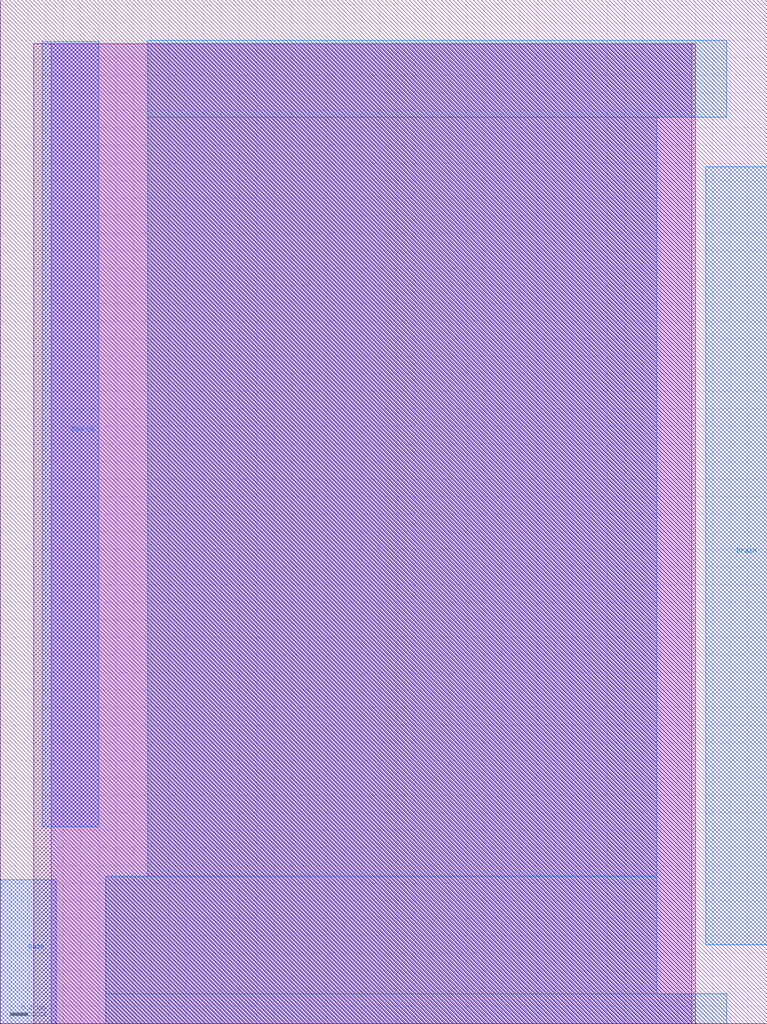
<source format=lef>
VERSION 5.7 ;
  NOWIREEXTENSIONATPIN ON ;
  DIVIDERCHAR "/" ;
  BUSBITCHARS "[]" ;
UNITS
  DATABASE MICRONS 200 ;
END UNITS

LAYER via2
  TYPE CUT ;
END via2

LAYER via
  TYPE CUT ;
END via

LAYER nwell
  TYPE MASTERSLICE ;
END nwell

LAYER via3
  TYPE CUT ;
END via3

LAYER pwell
  TYPE MASTERSLICE ;
END pwell

LAYER via4
  TYPE CUT ;
END via4

LAYER mcon
  TYPE CUT ;
END mcon

LAYER met6
  TYPE ROUTING ;
  WIDTH 0.030000 ;
  SPACING 0.040000 ;
  DIRECTION HORIZONTAL ;
END met6

LAYER met1
  TYPE ROUTING ;
  WIDTH 0.140000 ;
  SPACING 0.140000 ;
  DIRECTION HORIZONTAL ;
END met1

LAYER met3
  TYPE ROUTING ;
  WIDTH 0.300000 ;
  SPACING 0.300000 ;
  DIRECTION HORIZONTAL ;
END met3

LAYER met2
  TYPE ROUTING ;
  WIDTH 0.140000 ;
  SPACING 0.140000 ;
  DIRECTION HORIZONTAL ;
END met2

LAYER met4
  TYPE ROUTING ;
  WIDTH 0.300000 ;
  SPACING 0.300000 ;
  DIRECTION HORIZONTAL ;
END met4

LAYER met5
  TYPE ROUTING ;
  WIDTH 1.600000 ;
  SPACING 1.600000 ;
  DIRECTION HORIZONTAL ;
END met5

LAYER li1
  TYPE ROUTING ;
  WIDTH 0.170000 ;
  SPACING 0.170000 ;
  DIRECTION HORIZONTAL ;
END li1

MACRO sky130_hilas_nFETLarge
  CLASS BLOCK ;
  FOREIGN sky130_hilas_nFETLarge ;
  ORIGIN -0.640 -4.200 ;
  SIZE 4.370 BY 5.830 ;
  PIN Gate
    USE ANALOG ;
    PORT
      LAYER met2 ;
        RECT 0.640 4.200 0.960 5.020 ;
    END
  END Gate
  PIN Source
    USE ANALOG ;
    PORT
      LAYER met2 ;
        RECT 0.880 5.320 1.200 9.790 ;
    END
  END Source
  PIN Drain
    USE ANALOG ;
    PORT
      LAYER met2 ;
        RECT 4.660 4.650 5.010 9.080 ;
    END
  END Drain
  OBS
      LAYER li1 ;
        RECT 0.830 4.200 4.600 9.780 ;
      LAYER met1 ;
        RECT 0.930 4.200 4.580 9.780 ;
      LAYER met2 ;
        RECT 1.480 9.360 4.780 9.800 ;
        RECT 1.480 5.040 4.380 9.360 ;
        RECT 1.240 4.370 4.380 5.040 ;
        RECT 1.240 4.200 4.780 4.370 ;
  END
END sky130_hilas_nFETLarge
END LIBRARY


</source>
